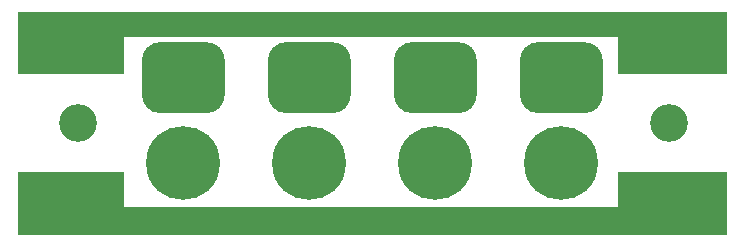
<source format=gbr>
%TF.GenerationSoftware,KiCad,Pcbnew,5.1.9-73d0e3b20d~88~ubuntu20.04.1*%
%TF.CreationDate,2021-01-03T13:42:43+01:00*%
%TF.ProjectId,XT60_panel,58543630-5f70-4616-9e65-6c2e6b696361,rev?*%
%TF.SameCoordinates,Original*%
%TF.FileFunction,Soldermask,Bot*%
%TF.FilePolarity,Negative*%
%FSLAX46Y46*%
G04 Gerber Fmt 4.6, Leading zero omitted, Abs format (unit mm)*
G04 Created by KiCad (PCBNEW 5.1.9-73d0e3b20d~88~ubuntu20.04.1) date 2021-01-03 13:42:43*
%MOMM*%
%LPD*%
G01*
G04 APERTURE LIST*
%ADD10C,0.100000*%
%ADD11C,3.200000*%
%ADD12C,6.250000*%
G04 APERTURE END LIST*
D10*
G36*
X85598000Y-87630000D02*
G01*
X76708000Y-87630000D01*
X76708000Y-84201000D01*
X85598000Y-84201000D01*
X85598000Y-87630000D01*
G37*
X85598000Y-87630000D02*
X76708000Y-87630000D01*
X76708000Y-84201000D01*
X85598000Y-84201000D01*
X85598000Y-87630000D01*
G36*
X136652000Y-75819000D02*
G01*
X127508000Y-75819000D01*
X127508000Y-72390000D01*
X136652000Y-72390000D01*
X136652000Y-75819000D01*
G37*
X136652000Y-75819000D02*
X127508000Y-75819000D01*
X127508000Y-72390000D01*
X136652000Y-72390000D01*
X136652000Y-75819000D01*
G36*
X136652000Y-87630000D02*
G01*
X127508000Y-87630000D01*
X127508000Y-84201000D01*
X136652000Y-84201000D01*
X136652000Y-87630000D01*
G37*
X136652000Y-87630000D02*
X127508000Y-87630000D01*
X127508000Y-84201000D01*
X136652000Y-84201000D01*
X136652000Y-87630000D01*
G36*
X85598000Y-75819000D02*
G01*
X76708000Y-75819000D01*
X76708000Y-72390000D01*
X85598000Y-72390000D01*
X85598000Y-75819000D01*
G37*
X85598000Y-75819000D02*
X76708000Y-75819000D01*
X76708000Y-72390000D01*
X85598000Y-72390000D01*
X85598000Y-75819000D01*
G36*
X136652000Y-89408000D02*
G01*
X76708000Y-89408000D01*
X76708000Y-87122000D01*
X136652000Y-87122000D01*
X136652000Y-89408000D01*
G37*
X136652000Y-89408000D02*
X76708000Y-89408000D01*
X76708000Y-87122000D01*
X136652000Y-87122000D01*
X136652000Y-89408000D01*
G36*
X136652000Y-72644000D02*
G01*
X76708000Y-72644000D01*
X76708000Y-70612000D01*
X136652000Y-70612000D01*
X136652000Y-72644000D01*
G37*
X136652000Y-72644000D02*
X76708000Y-72644000D01*
X76708000Y-70612000D01*
X136652000Y-70612000D01*
X136652000Y-72644000D01*
D11*
%TO.C,H1*%
X81758000Y-80010000D03*
%TD*%
%TO.C,H2*%
X131758000Y-80010000D03*
%TD*%
%TO.C,J1*%
G36*
G01*
X88678000Y-73200000D02*
X92678000Y-73200000D01*
G75*
G02*
X94178000Y-74700000I0J-1500000D01*
G01*
X94178000Y-77700000D01*
G75*
G02*
X92678000Y-79200000I-1500000J0D01*
G01*
X88678000Y-79200000D01*
G75*
G02*
X87178000Y-77700000I0J1500000D01*
G01*
X87178000Y-74700000D01*
G75*
G02*
X88678000Y-73200000I1500000J0D01*
G01*
G37*
D12*
X90678000Y-83400000D03*
%TD*%
%TO.C,J2*%
X101346000Y-83400000D03*
G36*
G01*
X99346000Y-73200000D02*
X103346000Y-73200000D01*
G75*
G02*
X104846000Y-74700000I0J-1500000D01*
G01*
X104846000Y-77700000D01*
G75*
G02*
X103346000Y-79200000I-1500000J0D01*
G01*
X99346000Y-79200000D01*
G75*
G02*
X97846000Y-77700000I0J1500000D01*
G01*
X97846000Y-74700000D01*
G75*
G02*
X99346000Y-73200000I1500000J0D01*
G01*
G37*
%TD*%
%TO.C,J3*%
G36*
G01*
X110014000Y-73200000D02*
X114014000Y-73200000D01*
G75*
G02*
X115514000Y-74700000I0J-1500000D01*
G01*
X115514000Y-77700000D01*
G75*
G02*
X114014000Y-79200000I-1500000J0D01*
G01*
X110014000Y-79200000D01*
G75*
G02*
X108514000Y-77700000I0J1500000D01*
G01*
X108514000Y-74700000D01*
G75*
G02*
X110014000Y-73200000I1500000J0D01*
G01*
G37*
X112014000Y-83400000D03*
%TD*%
%TO.C,J4*%
X122682000Y-83400000D03*
G36*
G01*
X120682000Y-73200000D02*
X124682000Y-73200000D01*
G75*
G02*
X126182000Y-74700000I0J-1500000D01*
G01*
X126182000Y-77700000D01*
G75*
G02*
X124682000Y-79200000I-1500000J0D01*
G01*
X120682000Y-79200000D01*
G75*
G02*
X119182000Y-77700000I0J1500000D01*
G01*
X119182000Y-74700000D01*
G75*
G02*
X120682000Y-73200000I1500000J0D01*
G01*
G37*
%TD*%
M02*

</source>
